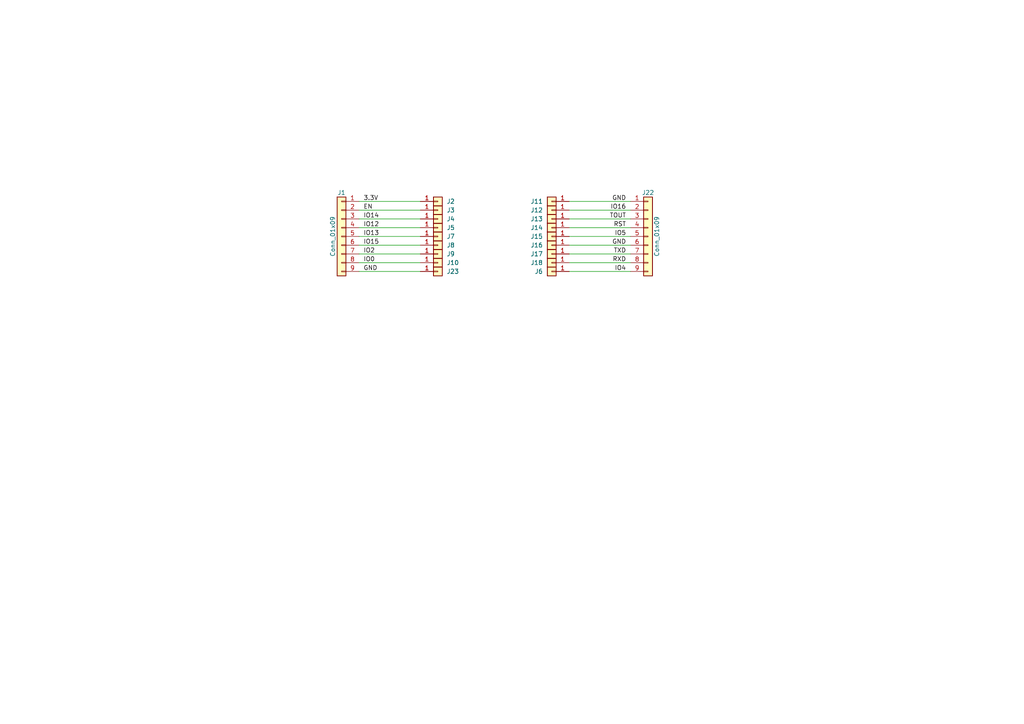
<source format=kicad_sch>
(kicad_sch (version 20211123) (generator eeschema)
  (paper "A4")
  (lib_symbols
    (symbol "Connector_Generic:Conn_01x01" (pin_names (offset 1.016) hide)
      (property "Reference" "J" (at 0 2.54 0))
      (property "Value" "Conn_01x01" (at 0 -2.54 0))
      (symbol "Conn_01x01_1_1"
        (rectangle (start -1.27 0.127) (end 0 -0.127) (stroke (width 0.1524)))
        (rectangle (start -1.27 1.27) (end 1.27 -1.27) (stroke (width 0.254)) (fill (type background)))
        (pin passive line (at -5.08 0 0) (length 3.81) (name "Pin_1") (number "1"))
      )
    )
    (symbol "Connector_Generic:Conn_01x09" (pin_names (offset 1.016) hide)
      (property "Reference" "J" (at 0 12.7 0))
      (property "Value" "Conn_01x09" (at 0 -12.7 0))
      (symbol "Conn_01x09_1_1"
        (rectangle (start -1.27 -10.033) (end 0 -10.287) (stroke (width 0.1524)))
        (rectangle (start -1.27 -7.493) (end 0 -7.747) (stroke (width 0.1524)))
        (rectangle (start -1.27 -4.953) (end 0 -5.207) (stroke (width 0.1524)))
        (rectangle (start -1.27 -2.413) (end 0 -2.667) (stroke (width 0.1524)))
        (rectangle (start -1.27 0.127) (end 0 -0.127) (stroke (width 0.1524)))
        (rectangle (start -1.27 2.667) (end 0 2.413) (stroke (width 0.1524)))
        (rectangle (start -1.27 5.207) (end 0 4.953) (stroke (width 0.1524)))
        (rectangle (start -1.27 7.747) (end 0 7.493) (stroke (width 0.1524)))
        (rectangle (start -1.27 10.287) (end 0 10.033) (stroke (width 0.1524)))
        (rectangle (start -1.27 11.43) (end 1.27 -11.43) (stroke (width 0.254)) (fill (type background)))
        (pin passive line (at -5.08 10.16 0) (length 3.81) (name "Pin_1") (number "1"))
        (pin passive line (at -5.08 7.62 0) (length 3.81) (name "Pin_2") (number "2"))
        (pin passive line (at -5.08 5.08 0) (length 3.81) (name "Pin_3") (number "3"))
        (pin passive line (at -5.08 2.54 0) (length 3.81) (name "Pin_4") (number "4"))
        (pin passive line (at -5.08 0 0) (length 3.81) (name "Pin_5") (number "5"))
        (pin passive line (at -5.08 -2.54 0) (length 3.81) (name "Pin_6") (number "6"))
        (pin passive line (at -5.08 -5.08 0) (length 3.81) (name "Pin_7") (number "7"))
        (pin passive line (at -5.08 -7.62 0) (length 3.81) (name "Pin_8") (number "8"))
        (pin passive line (at -5.08 -10.16 0) (length 3.81) (name "Pin_9") (number "9"))
      )
    )
  )
  (wire (pts (xy 121.92 58.42) (xy 104.14 58.42)))
  (wire (pts (xy 182.88 76.2) (xy 165.1 76.2)))
  (wire (pts (xy 121.92 63.5) (xy 104.14 63.5)))
  (wire (pts (xy 121.92 68.58) (xy 104.14 68.58)))
  (wire (pts (xy 121.92 76.2) (xy 104.14 76.2)))
  (wire (pts (xy 121.92 66.04) (xy 104.14 66.04)))
  (wire (pts (xy 182.88 58.42) (xy 165.1 58.42)))
  (wire (pts (xy 182.88 71.12) (xy 165.1 71.12)))
  (wire (pts (xy 121.92 78.74) (xy 104.14 78.74)))
  (wire (pts (xy 121.92 71.12) (xy 104.14 71.12)))
  (wire (pts (xy 182.88 66.04) (xy 165.1 66.04)))
  (wire (pts (xy 182.88 73.66) (xy 165.1 73.66)))
  (wire (pts (xy 182.88 68.58) (xy 165.1 68.58)))
  (wire (pts (xy 182.88 78.74) (xy 165.1 78.74)))
  (wire (pts (xy 182.88 60.96) (xy 165.1 60.96)))
  (wire (pts (xy 121.92 73.66) (xy 104.14 73.66)))
  (wire (pts (xy 182.88 63.5) (xy 165.1 63.5)))
  (wire (pts (xy 121.92 60.96) (xy 104.14 60.96)))
  (label "IO0" (at 105.41 76.2 0))
  (label "3.3V" (at 105.41 58.42 0))
  (label "GND" (at 181.61 71.12 180))
  (label "RST" (at 181.61 66.04 180))
  (label "GND" (at 181.61 58.42 180))
  (label "GND" (at 105.41 78.74 0))
  (label "TXD" (at 181.61 73.66 180))
  (label "IO16" (at 181.61 60.96 180))
  (label "IO14" (at 105.41 63.5 0))
  (label "IO12" (at 105.41 66.04 0))
  (label "IO5" (at 181.61 68.58 180))
  (label "IO4" (at 181.61 78.74 180))
  (label "IO13" (at 105.41 68.58 0))
  (label "EN" (at 105.41 60.96 0))
  (label "TOUT" (at 181.61 63.5 180))
  (label "RXD" (at 181.61 76.2 180))
  (label "IO15" (at 105.41 71.12 0))
  (label "IO2" (at 105.41 73.66 0))
  (symbol (lib_id "Connector_Generic:Conn_01x01") (at 127 73.66 0) (unit 1)
    (property "Reference" "J9" (at 129.54 73.66 0) (effects (justify left)))
    (property "Value" "Conn_01x01" (effects hide))
    (property "Footprint" "FlexyPin:FlexyPin_1x01" (effects hide))
  )
  (symbol (lib_id "Connector_Generic:Conn_01x09") (at 187.96 68.58 0) (unit 1)
    (property "Reference" "J22" (at 187.96 55.88 0))
    (property "Value" "Conn_01x09" (at 190.5 68.58 90))
    (property "Footprint" "Connector_PinHeader_2.54mm:PinHeader_1x09_P2.54mm_Vertical" (effects hide))
  )
  (symbol (lib_id "Connector_Generic:Conn_01x01") (at 127 63.5 0) (unit 1)
    (property "Reference" "J4" (at 129.54 63.5 0) (effects (justify left)))
    (property "Value" "Conn_01x01" (effects hide))
    (property "Footprint" "FlexyPin:FlexyPin_1x01" (effects hide))
  )
  (symbol (lib_id "Connector_Generic:Conn_01x01") (at 127 68.58 0) (unit 1)
    (property "Reference" "J7" (at 129.54 68.58 0) (effects (justify left)))
    (property "Value" "Conn_01x01" (effects hide))
    (property "Footprint" "FlexyPin:FlexyPin_1x01" (effects hide))
  )
  (symbol (lib_id "Connector_Generic:Conn_01x01") (at 127 76.2 0) (unit 1)
    (property "Reference" "J10" (at 129.54 76.2 0) (effects (justify left)))
    (property "Value" "Conn_01x01" (effects hide))
    (property "Footprint" "FlexyPin:FlexyPin_1x01" (effects hide))
  )
  (symbol (lib_id "Connector_Generic:Conn_01x01") (at 160.02 78.74 180) (unit 1)
    (property "Reference" "J6" (at 157.48 78.74 0) (effects (justify left)))
    (property "Value" "Conn_01x01" (effects hide))
    (property "Footprint" "FlexyPin:FlexyPin_1x01" (effects hide))
  )
  (symbol (lib_id "Connector_Generic:Conn_01x01") (at 127 78.74 0) (unit 1)
    (property "Reference" "J23" (at 129.54 78.74 0) (effects (justify left)))
    (property "Value" "Conn_01x01" (effects hide))
    (property "Footprint" "FlexyPin:FlexyPin_1x01" (effects hide))
  )
  (symbol (lib_id "Connector_Generic:Conn_01x01") (at 127 66.04 0) (unit 1)
    (property "Reference" "J5" (at 129.54 66.04 0) (effects (justify left)))
    (property "Value" "Conn_01x01" (effects hide))
    (property "Footprint" "FlexyPin:FlexyPin_1x01" (effects hide))
  )
  (symbol (lib_id "Connector_Generic:Conn_01x01") (at 160.02 68.58 0) (mirror y) (unit 1)
    (property "Reference" "J15" (at 157.48 68.58 0) (effects (justify left)))
    (property "Value" "Conn_01x01" (effects hide))
    (property "Footprint" "FlexyPin:FlexyPin_1x01" (effects hide))
  )
  (symbol (lib_id "Connector_Generic:Conn_01x01") (at 160.02 63.5 0) (mirror y) (unit 1)
    (property "Reference" "J13" (at 157.48 63.5 0) (effects (justify left)))
    (property "Value" "Conn_01x01" (effects hide))
    (property "Footprint" "FlexyPin:FlexyPin_1x01" (effects hide))
  )
  (symbol (lib_id "Connector_Generic:Conn_01x01") (at 160.02 66.04 0) (mirror y) (unit 1)
    (property "Reference" "J14" (at 157.48 66.04 0) (effects (justify left)))
    (property "Value" "Conn_01x01" (effects hide))
    (property "Footprint" "FlexyPin:FlexyPin_1x01" (effects hide))
  )
  (symbol (lib_id "Connector_Generic:Conn_01x01") (at 160.02 76.2 0) (mirror y) (unit 1)
    (property "Reference" "J18" (at 157.48 76.2 0) (effects (justify left)))
    (property "Value" "Conn_01x01" (effects hide))
    (property "Footprint" "FlexyPin:FlexyPin_1x01" (effects hide))
  )
  (symbol (lib_id "Connector_Generic:Conn_01x01") (at 160.02 71.12 0) (mirror y) (unit 1)
    (property "Reference" "J16" (at 157.48 71.12 0) (effects (justify left)))
    (property "Value" "Conn_01x01" (effects hide))
    (property "Footprint" "FlexyPin:FlexyPin_1x01" (effects hide))
  )
  (symbol (lib_id "Connector_Generic:Conn_01x09") (at 99.06 68.58 0) (mirror y) (unit 1)
    (property "Reference" "J1" (at 99.06 55.88 0))
    (property "Value" "Conn_01x09" (at 96.52 68.58 90))
    (property "Footprint" "Connector_PinHeader_2.54mm:PinHeader_1x09_P2.54mm_Vertical" (effects hide))
  )
  (symbol (lib_id "Connector_Generic:Conn_01x01") (at 127 71.12 0) (unit 1)
    (property "Reference" "J8" (at 129.54 71.12 0) (effects (justify left)))
    (property "Value" "Conn_01x01" (effects hide))
    (property "Footprint" "FlexyPin:FlexyPin_1x01" (effects hide))
  )
  (symbol (lib_id "Connector_Generic:Conn_01x01") (at 127 58.42 0) (unit 1)
    (property "Reference" "J2" (at 129.54 58.42 0) (effects (justify left)))
    (property "Value" "Conn_01x01" (effects hide))
    (property "Footprint" "FlexyPin:FlexyPin_1x01" (effects hide))
  )
  (symbol (lib_id "Connector_Generic:Conn_01x01") (at 127 60.96 0) (unit 1)
    (property "Reference" "J3" (at 129.54 60.96 0) (effects (justify left)))
    (property "Value" "Conn_01x01" (effects hide))
    (property "Footprint" "FlexyPin:FlexyPin_1x01" (effects hide))
  )
  (symbol (lib_id "Connector_Generic:Conn_01x01") (at 160.02 73.66 0) (mirror y) (unit 1)
    (property "Reference" "J17" (at 157.48 73.66 0) (effects (justify left)))
    (property "Value" "Conn_01x01" (effects hide))
    (property "Footprint" "FlexyPin:FlexyPin_1x01" (effects hide))
  )
  (symbol (lib_id "Connector_Generic:Conn_01x01") (at 160.02 58.42 0) (mirror y) (unit 1)
    (property "Reference" "J11" (at 157.48 58.42 0) (effects (justify left)))
    (property "Value" "Conn_01x01" (effects hide))
    (property "Footprint" "FlexyPin:FlexyPin_1x01" (effects hide))
  )
  (symbol (lib_id "Connector_Generic:Conn_01x01") (at 160.02 60.96 0) (mirror y) (unit 1)
    (property "Reference" "J12" (at 157.48 60.96 0) (effects (justify left)))
    (property "Value" "Conn_01x01" (effects hide))
    (property "Footprint" "FlexyPin:FlexyPin_1x01" (effects hide))
  )
)
</source>
